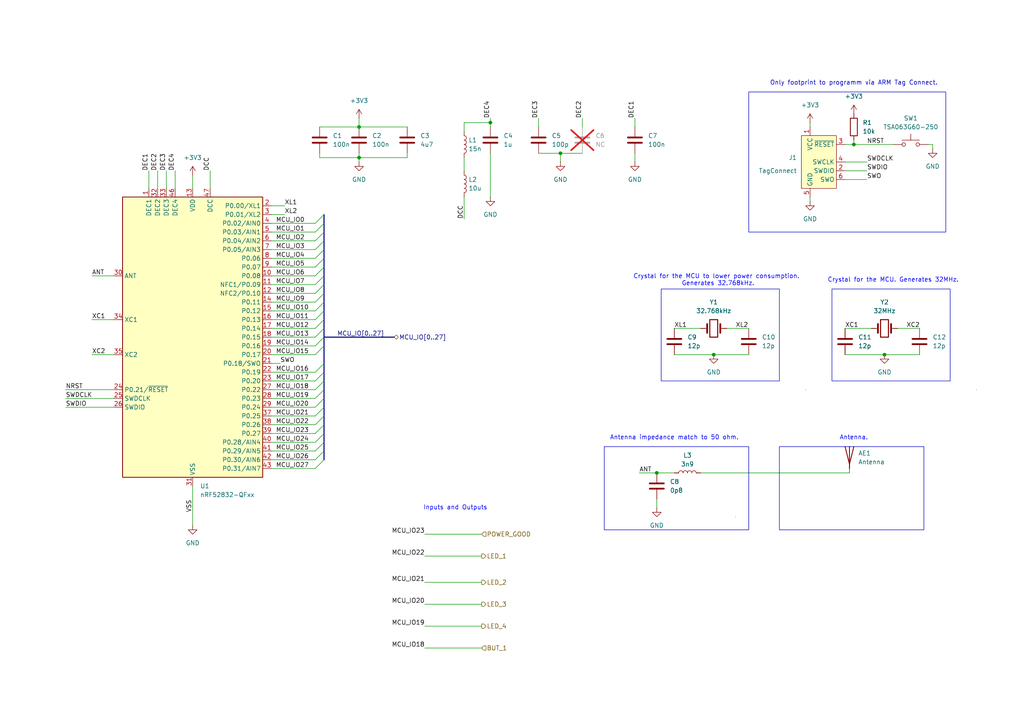
<source format=kicad_sch>
(kicad_sch (version 20250114) (generator "eeschema") (generator_version "9.0")
  (paper "A4")
  (lib_symbols
    (symbol "Connector:Conn_ARM_SWD_TagConnect_TC2030-NL" (in_bom no)
      (property "Reference" "J" (at 2.54 11.43 0))
      (property "Value" "Conn_ARM_SWD_TagConnect_TC2030-NL" (at 2.54 8.89 0))
      (symbol "Conn_ARM_SWD_TagConnect_TC2030-NL_0_0"
        (pin power_in line (at -2.54 10.16 270) (length 2.54) (name "VCC") (number "1"))
        (pin power_in line (at -2.54 -10.16 90) (length 2.54) (name "GND") (number "5"))
        (pin open_collector line (at 7.62 5.08 180) (length 2.54) (name "~{RESET}") (number "3"))
        (pin output line (at 7.62 0 180) (length 2.54) (name "SWCLK") (number "4"))
        (pin bidirectional line (at 7.62 -2.54 180) (length 2.54) (name "SWDIO") (number "2"))
        (pin input line (at 7.62 -5.08 180) (length 2.54) (name "SWO") (number "6"))
      )
      (symbol "Conn_ARM_SWD_TagConnect_TC2030-NL_0_1"
        (rectangle (start -5.08 7.62) (end 5.08 -7.62) (fill (type background)))
      )
    )
    (symbol "Device:Antenna" (pin_numbers (hide yes)) (pin_names (offset 1.016) (hide yes))
      (property "Reference" "AE" (at -1.905 1.905 0))
      (property "Value" "Antenna" (at -1.905 0 0))
      (symbol "Antenna_0_1"
        (polyline (pts (xy 0 2.54) (xy 0 -3.81)) (stroke (width 0.254)))
        (polyline (pts (xy 1.27 2.54) (xy 0 -2.54) (xy -1.27 2.54)) (stroke (width 0.254)))
      )
      (symbol "Antenna_1_1"
        (pin input line (at 0 -5.08 90) (length 2.54) (name "A") (number "1"))
      )
    )
    (symbol "Device:C" (pin_numbers (hide yes)) (pin_names (offset 0.254))
      (property "Reference" "C" (at 0.635 2.54 0))
      (property "Value" "C" (at 0.635 -2.54 0))
      (symbol "C_0_1"
        (polyline (pts (xy -2.032 0.762) (xy 2.032 0.762)) (stroke (width 0.508)))
        (polyline (pts (xy -2.032 -0.762) (xy 2.032 -0.762)) (stroke (width 0.508)))
      )
      (symbol "C_1_1"
        (pin passive line (at 0 3.81 270) (length 2.794) (name "~") (number "1"))
        (pin passive line (at 0 -3.81 90) (length 2.794) (name "~") (number "2"))
      )
    )
    (symbol "Device:Crystal" (pin_numbers (hide yes)) (pin_names (offset 1.016) (hide yes))
      (property "Reference" "Y" (at 0 3.81 0))
      (property "Value" "Crystal" (at 0 -3.81 0))
      (symbol "Crystal_0_1"
        (polyline (pts (xy -2.54 0) (xy -1.905 0)))
        (polyline (pts (xy -1.905 -1.27) (xy -1.905 1.27)) (stroke (width 0.508)))
        (rectangle (start -1.143 2.54) (end 1.143 -2.54) (stroke (width 0.3048)))
        (polyline (pts (xy 1.905 -1.27) (xy 1.905 1.27)) (stroke (width 0.508)))
        (polyline (pts (xy 2.54 0) (xy 1.905 0)))
      )
      (symbol "Crystal_1_1"
        (pin passive line (at -3.81 0 0) (length 1.27) (name "1") (number "1"))
        (pin passive line (at 3.81 0 180) (length 1.27) (name "2") (number "2"))
      )
    )
    (symbol "Device:L" (pin_numbers (hide yes)) (pin_names (offset 1.016) (hide yes))
      (property "Reference" "L" (at -1.27 0 90))
      (property "Value" "L" (at 1.905 0 90))
      (symbol "L_0_1"
        (arc (start 0 2.54) (mid 0.6323 1.905) (end 0 1.27))
        (arc (start 0 1.27) (mid 0.6323 0.635) (end 0 0))
        (arc (start 0 0) (mid 0.6323 -0.635) (end 0 -1.27))
        (arc (start 0 -1.27) (mid 0.6323 -1.905) (end 0 -2.54))
      )
      (symbol "L_1_1"
        (pin passive line (at 0 3.81 270) (length 1.27) (name "1") (number "1"))
        (pin passive line (at 0 -3.81 90) (length 1.27) (name "2") (number "2"))
      )
    )
    (symbol "Device:R" (pin_numbers (hide yes)) (pin_names (offset 0))
      (property "Reference" "R" (at 2.032 0 90))
      (property "Value" "R" (at 0 0 90))
      (symbol "R_0_1"
        (rectangle (start -1.016 -2.54) (end 1.016 2.54) (stroke (width 0.254)))
      )
      (symbol "R_1_1"
        (pin passive line (at 0 3.81 270) (length 1.27) (name "~") (number "1"))
        (pin passive line (at 0 -3.81 90) (length 1.27) (name "~") (number "2"))
      )
    )
    (symbol "MCU_Nordic:nRF52832-QFxx"
      (property "Reference" "U" (at 0 1.27 0))
      (property "Value" "nRF52832-QFxx" (at 0 -1.27 0))
      (symbol "nRF52832-QFxx_0_1"
        (rectangle (start -20.32 40.64) (end 20.32 -40.64) (stroke (width 0.254)) (fill (type background)))
      )
      (symbol "nRF52832-QFxx_1_1"
        (pin passive line (at -22.86 17.78 0) (length 2.54) (name "ANT") (number "30"))
        (pin input line (at -22.86 5.08 0) (length 2.54) (name "XC1") (number "34"))
        (pin input line (at -22.86 -5.08 0) (length 2.54) (name "XC2") (number "35"))
        (pin bidirectional line (at -22.86 -15.24 0) (length 2.54) (name "P0.21/~{RESET}") (number "24"))
        (pin input line (at -22.86 -17.78 0) (length 2.54) (name "SWDCLK") (number "25"))
        (pin bidirectional line (at -22.86 -20.32 0) (length 2.54) (name "SWDIO") (number "26"))
        (pin no_connect line (at -20.32 -30.48 0) (length 2.54) (hide yes) (name "NC") (number "44"))
        (pin passive line (at -12.7 43.18 270) (length 2.54) (name "DEC1") (number "1"))
        (pin passive line (at -10.16 43.18 270) (length 2.54) (name "DEC2") (number "32"))
        (pin passive line (at -7.62 43.18 270) (length 2.54) (name "DEC3") (number "33"))
        (pin passive line (at -5.08 43.18 270) (length 2.54) (name "DEC4") (number "46"))
        (pin power_in line (at 0 43.18 270) (length 2.54) (name "VDD") (number "13"))
        (pin passive line (at 0 43.18 270) (length 2.54) (hide yes) (name "VDD") (number "36"))
        (pin passive line (at 0 43.18 270) (length 2.54) (hide yes) (name "VDD") (number "48"))
        (pin power_in line (at 0 -43.18 90) (length 2.54) (name "VSS") (number "31"))
        (pin passive line (at 0 -43.18 90) (length 2.54) (hide yes) (name "VSS") (number "45"))
        (pin passive line (at 0 -43.18 90) (length 2.54) (hide yes) (name "VSS") (number "49"))
        (pin power_out line (at 5.08 43.18 270) (length 2.54) (name "DCC") (number "47"))
        (pin bidirectional line (at 22.86 38.1 180) (length 2.54) (name "P0.00/XL1") (number "2"))
        (pin bidirectional line (at 22.86 35.56 180) (length 2.54) (name "P0.01/XL2") (number "3"))
        (pin bidirectional line (at 22.86 33.02 180) (length 2.54) (name "P0.02/AIN0") (number "4"))
        (pin bidirectional line (at 22.86 30.48 180) (length 2.54) (name "P0.03/AIN1") (number "5"))
        (pin bidirectional line (at 22.86 27.94 180) (length 2.54) (name "P0.04/AIN2") (number "6"))
        (pin bidirectional line (at 22.86 25.4 180) (length 2.54) (name "P0.05/AIN3") (number "7"))
        (pin bidirectional line (at 22.86 22.86 180) (length 2.54) (name "P0.06") (number "8"))
        (pin bidirectional line (at 22.86 20.32 180) (length 2.54) (name "P0.07") (number "9"))
        (pin bidirectional line (at 22.86 17.78 180) (length 2.54) (name "P0.08") (number "10"))
        (pin bidirectional line (at 22.86 15.24 180) (length 2.54) (name "NFC1/P0.09") (number "11"))
        (pin bidirectional line (at 22.86 12.7 180) (length 2.54) (name "NFC2/P0.10") (number "12"))
        (pin bidirectional line (at 22.86 10.16 180) (length 2.54) (name "P0.11") (number "14"))
        (pin bidirectional line (at 22.86 7.62 180) (length 2.54) (name "P0.12") (number "15"))
        (pin bidirectional line (at 22.86 5.08 180) (length 2.54) (name "P0.13") (number "16"))
        (pin bidirectional line (at 22.86 2.54 180) (length 2.54) (name "P0.14") (number "17"))
        (pin bidirectional line (at 22.86 0 180) (length 2.54) (name "P0.15") (number "18"))
        (pin bidirectional line (at 22.86 -2.54 180) (length 2.54) (name "P0.16") (number "19"))
        (pin bidirectional line (at 22.86 -5.08 180) (length 2.54) (name "P0.17") (number "20"))
        (pin bidirectional line (at 22.86 -7.62 180) (length 2.54) (name "P0.18/SWO") (number "21"))
        (pin bidirectional line (at 22.86 -10.16 180) (length 2.54) (name "P0.19") (number "22"))
        (pin bidirectional line (at 22.86 -12.7 180) (length 2.54) (name "P0.20") (number "23"))
        (pin bidirectional line (at 22.86 -15.24 180) (length 2.54) (name "P0.22") (number "27"))
        (pin bidirectional line (at 22.86 -17.78 180) (length 2.54) (name "P0.23") (number "28"))
        (pin bidirectional line (at 22.86 -20.32 180) (length 2.54) (name "P0.24") (number "29"))
        (pin bidirectional line (at 22.86 -22.86 180) (length 2.54) (name "P0.25") (number "37"))
        (pin bidirectional line (at 22.86 -25.4 180) (length 2.54) (name "P0.26") (number "38"))
        (pin bidirectional line (at 22.86 -27.94 180) (length 2.54) (name "P0.27") (number "39"))
        (pin bidirectional line (at 22.86 -30.48 180) (length 2.54) (name "P0.28/AIN4") (number "40"))
        (pin bidirectional line (at 22.86 -33.02 180) (length 2.54) (name "P0.29/AIN5") (number "41"))
        (pin bidirectional line (at 22.86 -35.56 180) (length 2.54) (name "P0.30/AIN6") (number "42"))
        (pin bidirectional line (at 22.86 -38.1 180) (length 2.54) (name "P0.31/AIN7") (number "43"))
      )
    )
    (symbol "Switch:SW_Omron_B3FS" (pin_numbers (hide yes)) (pin_names (offset 1.016) (hide yes))
      (property "Reference" "SW" (at 1.27 2.54 0))
      (property "Value" "SW_Omron_B3FS" (at 0 -1.524 0))
      (symbol "SW_Omron_B3FS_0_1"
        (circle (center -2.032 0) (radius 0.508))
        (polyline (pts (xy 0 1.27) (xy 0 3.048)))
        (circle (center 2.032 0) (radius 0.508))
        (polyline (pts (xy 2.54 1.27) (xy -2.54 1.27)))
        (pin passive line (at -5.08 0 0) (length 2.54) (name "1") (number "1"))
        (pin passive line (at 5.08 0 180) (length 2.54) (name "2") (number "2"))
      )
    )
    (symbol "power:+3V3" (power) (pin_numbers (hide yes)) (pin_names (offset 0) (hide yes))
      (property "Value" "+3V3" (at 0 3.556 0))
      (symbol "+3V3_0_1"
        (polyline (pts (xy -0.762 1.27) (xy 0 2.54)))
        (polyline (pts (xy 0 2.54) (xy 0.762 1.27)))
        (polyline (pts (xy 0 0) (xy 0 2.54)))
      )
      (symbol "+3V3_1_1"
        (pin power_in line (at 0 0 90) (length 0) (name "~") (number "1"))
      )
    )
    (symbol "power:GND" (power) (pin_numbers (hide yes)) (pin_names (offset 0) (hide yes))
      (property "Value" "GND" (at 0 -3.81 0))
      (symbol "GND_0_1"
        (polyline (pts (xy 0 0) (xy 0 -1.27) (xy 1.27 -1.27) (xy 0 -2.54) (xy -1.27 -1.27) (xy 0 -1.27)))
      )
      (symbol "GND_1_1"
        (pin power_in line (at 0 0 270) (length 0) (name "~") (number "1"))
      )
    )
  )
  (rectangle (start 217.17 26.67) (end 274.32 67.31))
  (rectangle (start 213.36 149.86) (end 213.36 149.86))
  (rectangle (start 226.06 129.54) (end 267.97 153.67))
  (rectangle (start 241.3 83.82) (end 275.59 110.49))
  (rectangle (start 191.77 83.82) (end 226.06 110.49))
  (rectangle (start 233.68 113.03) (end 233.68 113.03))
  (rectangle (start 175.26 129.54) (end 217.17 153.67))
  (rectangle (start 283.21 113.03) (end 283.21 113.03))
  (text "Antenna impedance match to 50 ohm." (at 195.58 127 0) (effects (font (size 1.27 1.27))))
  (text "Antenna." (at 247.65 127 0) (effects (font (size 1.27 1.27))))
  (text "Crystal for the MCU. Generates 32MHz." (at 259.08 81.28 0) (effects (font (size 1.27 1.27))))
  (text "Inputs and Outputs" (at 132.08 147.32 0) (effects (font (size 1.27 1.27))))
  (text "Crystal for the MCU to lower power consumption. \nGenerates 32.768kHz." (at 208.28 81.28 0) (effects (font (size 1.27 1.27))))
  (text "Only footprint to programm via ARM Tag Connect." (at 247.65 24.13 0) (effects (font (size 1.27 1.27))))
  (junction (at 190.5 137.16))
  (junction (at 207.01 102.87))
  (junction (at 247.65 41.91))
  (junction (at 162.56 44.45))
  (junction (at 142.24 35.56))
  (junction (at 104.14 45.72))
  (junction (at 104.14 36.83))
  (junction (at 256.54 102.87))
  (bus_entry (at 91.44 130.81) (size 2.54 -2.54))
  (bus_entry (at 91.44 80.01) (size 2.54 -2.54))
  (bus_entry (at 91.44 110.49) (size 2.54 -2.54))
  (bus_entry (at 91.44 95.25) (size 2.54 -2.54))
  (bus_entry (at 91.44 135.89) (size 2.54 -2.54))
  (bus_entry (at 91.44 82.55) (size 2.54 -2.54))
  (bus_entry (at 91.44 115.57) (size 2.54 -2.54))
  (bus_entry (at 91.44 74.93) (size 2.54 -2.54))
  (bus_entry (at 91.44 87.63) (size 2.54 -2.54))
  (bus_entry (at 91.44 113.03) (size 2.54 -2.54))
  (bus_entry (at 91.44 128.27) (size 2.54 -2.54))
  (bus_entry (at 91.44 102.87) (size 2.54 -2.54))
  (bus_entry (at 91.44 90.17) (size 2.54 -2.54))
  (bus_entry (at 91.44 77.47) (size 2.54 -2.54))
  (bus_entry (at 91.44 92.71) (size 2.54 -2.54))
  (bus_entry (at 91.44 69.85) (size 2.54 -2.54))
  (bus_entry (at 91.44 72.39) (size 2.54 -2.54))
  (bus_entry (at 91.44 64.77) (size 2.54 -2.54))
  (bus_entry (at 91.44 133.35) (size 2.54 -2.54))
  (bus_entry (at 91.44 97.79) (size 2.54 -2.54))
  (bus_entry (at 91.44 120.65) (size 2.54 -2.54))
  (bus_entry (at 91.44 125.73) (size 2.54 -2.54))
  (bus_entry (at 91.44 67.31) (size 2.54 -2.54))
  (bus_entry (at 91.44 118.11) (size 2.54 -2.54))
  (bus_entry (at 91.44 123.19) (size 2.54 -2.54))
  (bus_entry (at 91.44 85.09) (size 2.54 -2.54))
  (bus_entry (at 91.44 100.33) (size 2.54 -2.54))
  (bus_entry (at 91.44 107.95) (size 2.54 -2.54))
  (wire (pts (xy 123.19 168.91) (xy 139.7 168.91)))
  (wire (pts (xy 55.88 50.8) (xy 55.88 54.61)))
  (bus (pts (xy 93.98 118.11) (xy 93.98 120.65)))
  (bus (pts (xy 93.98 77.47) (xy 93.98 80.01)))
  (wire (pts (xy 260.35 95.25) (xy 266.7 95.25)))
  (wire (pts (xy 195.58 102.87) (xy 207.01 102.87)))
  (wire (pts (xy 134.62 45.72) (xy 134.62 49.53)))
  (wire (pts (xy 78.74 110.49) (xy 91.44 110.49)))
  (bus (pts (xy 93.98 97.79) (xy 93.98 100.33)))
  (wire (pts (xy 245.11 41.91) (xy 247.65 41.91)))
  (wire (pts (xy 78.74 80.01) (xy 91.44 80.01)))
  (wire (pts (xy 195.58 95.25) (xy 203.2 95.25)))
  (wire (pts (xy 78.74 69.85) (xy 91.44 69.85)))
  (wire (pts (xy 78.74 135.89) (xy 91.44 135.89)))
  (wire (pts (xy 270.51 41.91) (xy 270.51 43.18)))
  (wire (pts (xy 134.62 57.15) (xy 134.62 63.5)))
  (bus (pts (xy 93.98 64.77) (xy 93.98 67.31)))
  (wire (pts (xy 19.05 115.57) (xy 33.02 115.57)))
  (wire (pts (xy 78.74 87.63) (xy 91.44 87.63)))
  (bus (pts (xy 93.98 110.49) (xy 93.98 113.03)))
  (bus (pts (xy 93.98 128.27) (xy 93.98 130.81)))
  (wire (pts (xy 207.01 102.87) (xy 217.17 102.87)))
  (wire (pts (xy 78.74 82.55) (xy 91.44 82.55)))
  (wire (pts (xy 104.14 45.72) (xy 104.14 46.99)))
  (wire (pts (xy 78.74 133.35) (xy 91.44 133.35)))
  (bus (pts (xy 93.98 120.65) (xy 93.98 123.19)))
  (wire (pts (xy 190.5 144.78) (xy 190.5 147.32)))
  (wire (pts (xy 104.14 34.29) (xy 104.14 36.83)))
  (wire (pts (xy 156.21 34.29) (xy 156.21 36.83)))
  (wire (pts (xy 92.71 36.83) (xy 104.14 36.83)))
  (wire (pts (xy 78.74 90.17) (xy 91.44 90.17)))
  (wire (pts (xy 78.74 59.69) (xy 82.55 59.69)))
  (wire (pts (xy 78.74 107.95) (xy 91.44 107.95)))
  (bus (pts (xy 93.98 100.33) (xy 93.98 105.41)))
  (wire (pts (xy 184.15 34.29) (xy 184.15 36.83)))
  (wire (pts (xy 245.11 102.87) (xy 256.54 102.87)))
  (wire (pts (xy 247.65 41.91) (xy 259.08 41.91)))
  (wire (pts (xy 245.11 49.53) (xy 251.46 49.53)))
  (wire (pts (xy 190.5 137.16) (xy 195.58 137.16)))
  (wire (pts (xy 142.24 44.45) (xy 142.24 57.15)))
  (wire (pts (xy 247.65 40.64) (xy 247.65 41.91)))
  (wire (pts (xy 245.11 95.25) (xy 252.73 95.25)))
  (wire (pts (xy 78.74 72.39) (xy 91.44 72.39)))
  (wire (pts (xy 45.72 49.53) (xy 45.72 54.61)))
  (wire (pts (xy 92.71 44.45) (xy 92.71 45.72)))
  (wire (pts (xy 234.95 35.56) (xy 234.95 36.83)))
  (wire (pts (xy 123.19 187.96) (xy 139.7 187.96)))
  (wire (pts (xy 19.05 118.11) (xy 33.02 118.11)))
  (wire (pts (xy 78.74 128.27) (xy 91.44 128.27)))
  (wire (pts (xy 78.74 92.71) (xy 91.44 92.71)))
  (bus (pts (xy 93.98 105.41) (xy 93.98 107.95)))
  (wire (pts (xy 78.74 105.41) (xy 81.28 105.41)))
  (wire (pts (xy 26.67 80.01) (xy 33.02 80.01)))
  (wire (pts (xy 210.82 95.25) (xy 217.17 95.25)))
  (wire (pts (xy 26.67 92.71) (xy 33.02 92.71)))
  (wire (pts (xy 134.62 38.1) (xy 134.62 35.56)))
  (wire (pts (xy 78.74 74.93) (xy 91.44 74.93)))
  (wire (pts (xy 92.71 45.72) (xy 104.14 45.72)))
  (wire (pts (xy 162.56 44.45) (xy 168.91 44.45)))
  (bus (pts (xy 93.98 92.71) (xy 93.98 95.25)))
  (bus (pts (xy 93.98 69.85) (xy 93.98 72.39)))
  (wire (pts (xy 78.74 62.23) (xy 82.55 62.23)))
  (wire (pts (xy 184.15 44.45) (xy 184.15 46.99)))
  (bus (pts (xy 93.98 130.81) (xy 93.98 133.35)))
  (wire (pts (xy 185.42 137.16) (xy 190.5 137.16)))
  (wire (pts (xy 134.62 35.56) (xy 142.24 35.56)))
  (wire (pts (xy 104.14 45.72) (xy 104.14 44.45)))
  (wire (pts (xy 142.24 34.29) (xy 142.24 35.56)))
  (bus (pts (xy 93.98 74.93) (xy 93.98 77.47)))
  (bus (pts (xy 93.98 72.39) (xy 93.98 74.93)))
  (bus (pts (xy 93.98 125.73) (xy 93.98 128.27)))
  (bus (pts (xy 93.98 97.79) (xy 114.3 97.79)))
  (wire (pts (xy 78.74 118.11) (xy 91.44 118.11)))
  (wire (pts (xy 78.74 113.03) (xy 91.44 113.03)))
  (wire (pts (xy 78.74 85.09) (xy 91.44 85.09)))
  (wire (pts (xy 162.56 44.45) (xy 156.21 44.45)))
  (bus (pts (xy 93.98 115.57) (xy 93.98 118.11)))
  (bus (pts (xy 93.98 85.09) (xy 93.98 87.63)))
  (bus (pts (xy 93.98 90.17) (xy 93.98 92.71)))
  (wire (pts (xy 168.91 34.29) (xy 168.91 36.83)))
  (bus (pts (xy 93.98 113.03) (xy 93.98 115.57)))
  (wire (pts (xy 78.74 115.57) (xy 91.44 115.57)))
  (bus (pts (xy 93.98 80.01) (xy 93.98 82.55)))
  (bus (pts (xy 93.98 67.31) (xy 93.98 69.85)))
  (bus (pts (xy 93.98 95.25) (xy 93.98 97.79)))
  (wire (pts (xy 123.19 175.26) (xy 139.7 175.26)))
  (bus (pts (xy 93.98 123.19) (xy 93.98 125.73)))
  (wire (pts (xy 78.74 102.87) (xy 91.44 102.87)))
  (wire (pts (xy 104.14 36.83) (xy 118.11 36.83)))
  (wire (pts (xy 26.67 102.87) (xy 33.02 102.87)))
  (wire (pts (xy 234.95 57.15) (xy 234.95 58.42)))
  (bus (pts (xy 93.98 107.95) (xy 93.98 110.49)))
  (wire (pts (xy 78.74 97.79) (xy 91.44 97.79)))
  (wire (pts (xy 78.74 123.19) (xy 91.44 123.19)))
  (bus (pts (xy 93.98 82.55) (xy 93.98 85.09)))
  (wire (pts (xy 78.74 130.81) (xy 91.44 130.81)))
  (wire (pts (xy 43.18 49.53) (xy 43.18 54.61)))
  (wire (pts (xy 256.54 102.87) (xy 266.7 102.87)))
  (wire (pts (xy 78.74 125.73) (xy 91.44 125.73)))
  (wire (pts (xy 142.24 35.56) (xy 142.24 36.83)))
  (wire (pts (xy 123.19 161.29) (xy 139.7 161.29)))
  (wire (pts (xy 78.74 64.77) (xy 91.44 64.77)))
  (wire (pts (xy 123.19 181.61) (xy 139.7 181.61)))
  (wire (pts (xy 269.24 41.91) (xy 270.51 41.91)))
  (wire (pts (xy 104.14 45.72) (xy 118.11 45.72)))
  (wire (pts (xy 78.74 120.65) (xy 91.44 120.65)))
  (wire (pts (xy 118.11 45.72) (xy 118.11 44.45)))
  (wire (pts (xy 55.88 140.97) (xy 55.88 152.4)))
  (wire (pts (xy 78.74 67.31) (xy 91.44 67.31)))
  (wire (pts (xy 60.96 49.53) (xy 60.96 54.61)))
  (wire (pts (xy 50.8 49.53) (xy 50.8 54.61)))
  (wire (pts (xy 48.26 49.53) (xy 48.26 54.61)))
  (wire (pts (xy 78.74 100.33) (xy 91.44 100.33)))
  (wire (pts (xy 162.56 44.45) (xy 162.56 46.99)))
  (wire (pts (xy 245.11 52.07) (xy 251.46 52.07)))
  (wire (pts (xy 78.74 95.25) (xy 91.44 95.25)))
  (wire (pts (xy 19.05 113.03) (xy 33.02 113.03)))
  (wire (pts (xy 203.2 137.16) (xy 246.38 137.16)))
  (bus (pts (xy 93.98 62.23) (xy 93.98 64.77)))
  (wire (pts (xy 245.11 46.99) (xy 251.46 46.99)))
  (wire (pts (xy 123.19 154.94) (xy 139.7 154.94)))
  (bus (pts (xy 93.98 87.63) (xy 93.98 90.17)))
  (wire (pts (xy 78.74 77.47) (xy 91.44 77.47)))
  (label "MCU_IO4" (at 80.01 74.93 0))
  (label "XC1" (at 245.11 95.25 0))
  (label "MCU_IO1" (at 80.01 67.31 0))
  (label "XC2" (at 262.89 95.25 0))
  (label "DEC4" (at 50.8 49.53 90))
  (label "DEC3" (at 48.26 49.53 90))
  (label "MCU_IO20" (at 80.01 118.11 0))
  (label "XL1" (at 195.58 95.25 0))
  (label "MCU_IO14" (at 80.01 100.33 0))
  (label "MCU_IO11" (at 80.01 92.71 0))
  (label "MCU_IO5" (at 80.01 77.47 0))
  (label "MCU_IO22" (at 123.19 161.29 180))
  (label "MCU_IO24" (at 80.01 128.27 0))
  (label "MCU_IO23" (at 80.01 125.73 0))
  (label "MCU_IO8" (at 80.01 85.09 0))
  (label "NRST" (at 19.05 113.03 0))
  (label "MCU_IO13" (at 80.01 97.79 0))
  (label "MCU_IO27" (at 80.01 135.89 0))
  (label "SWDCLK" (at 251.46 46.99 0))
  (label "SWO" (at 251.46 52.07 0))
  (label "MCU_IO18" (at 80.01 113.03 0))
  (label "MCU_IO[0..27]" (at 97.79 97.79 0))
  (label "DEC3" (at 156.21 34.29 90))
  (label "XL1" (at 82.55 59.69 0))
  (label "MCU_IO18" (at 123.19 187.96 180))
  (label "DCC" (at 60.96 49.53 90))
  (label "MCU_IO12" (at 80.01 95.25 0))
  (label "MCU_IO6" (at 80.01 80.01 0))
  (label "XL2" (at 82.55 62.23 0))
  (label "XL2" (at 213.36 95.25 0))
  (label "MCU_IO22" (at 80.01 123.19 0))
  (label "VSS" (at 55.88 148.59 90))
  (label "DEC4" (at 142.24 34.29 90))
  (label "ANT" (at 185.42 137.16 0))
  (label "SWDIO" (at 19.05 118.11 0))
  (label "MCU_IO3" (at 80.01 72.39 0))
  (label "DEC1" (at 184.15 34.29 90))
  (label "SWDCLK" (at 19.05 115.57 0))
  (label "DEC1" (at 43.18 49.53 90))
  (label "DEC2" (at 168.91 34.29 90))
  (label "MCU_IO20" (at 123.19 175.26 180))
  (label "MCU_IO25" (at 80.01 130.81 0))
  (label "XC2" (at 26.67 102.87 0))
  (label "DEC2" (at 45.72 49.53 90))
  (label "MCU_IO19" (at 80.01 115.57 0))
  (label "MCU_IO16" (at 80.01 107.95 0))
  (label "MCU_IO21" (at 123.19 168.91 180))
  (label "MCU_IO21" (at 80.01 120.65 0))
  (label "DCC" (at 134.62 63.5 90))
  (label "MCU_IO0" (at 80.01 64.77 0))
  (label "MCU_IO17" (at 80.01 110.49 0))
  (label "MCU_IO10" (at 80.01 90.17 0))
  (label "MCU_IO7" (at 80.01 82.55 0))
  (label "ANT" (at 26.67 80.01 0))
  (label "SWDIO" (at 251.46 49.53 0))
  (label "MCU_IO2" (at 80.01 69.85 0))
  (label "XC1" (at 26.67 92.71 0))
  (label "MCU_IO26" (at 80.01 133.35 0))
  (label "SWO" (at 81.28 105.41 0))
  (label "MCU_IO19" (at 123.19 181.61 180))
  (label "MCU_IO9" (at 80.01 87.63 0))
  (label "MCU_IO23" (at 123.19 154.94 180))
  (label "NRST" (at 251.46 41.91 0))
  (label "MCU_IO15" (at 80.01 102.87 0))
  (hierarchical_label "LED_1" (shape output) (at 139.7 161.29 0))
  (hierarchical_label "LED_2" (shape output) (at 139.7 168.91 0))
  (hierarchical_label "BUT_1" (shape input) (at 139.7 187.96 0))
  (hierarchical_label "LED_4" (shape output) (at 139.7 181.61 0))
  (hierarchical_label "MCU_IO[0..27]" (shape bidirectional) (at 114.3 97.79 0))
  (hierarchical_label "POWER_GOOD" (shape input) (at 139.7 154.94 0))
  (hierarchical_label "LED_3" (shape output) (at 139.7 175.26 0))
  (symbol (lib_id "Device:C") (at 245.11 99.06 0) (unit 1)
    (property "Reference" "C11" (at 248.92 97.7899 0) (effects (justify left)))
    (property "Value" "12p" (at 248.92 100.3299 0) (effects (justify left)))
    (property "Footprint" "Capacitor_SMD:C_0402_1005Metric" (effects (hide yes)))
    (property "Description" "Unpolarized capacitor" (effects (hide yes)))
  )
  (symbol (lib_id "power:GND") (at 184.15 46.99 0) (unit 1)
    (property "Reference" "#PWR07" (effects (hide yes)))
    (property "Value" "GND" (at 184.15 52.07 0))
    (property "Description" "Power symbol creates a global label with name \"GND\" , ground" (effects (hide yes)))
  )
  (symbol (lib_id "Connector:Conn_ARM_SWD_TagConnect_TC2030-NL") (at 237.49 46.99 0) (unit 1) (in_bom no)
    (property "Reference" "J1" (at 231.14 45.7199 0) (effects (justify right)))
    (property "Value" "TagConnect" (at 231.14 49.53 0) (effects (justify right)))
    (property "Footprint" "Connector:Tag-Connect_TC2030-IDC-FP_2x03_P1.27mm_Vertical" (effects (hide yes)))
    (property "Datasheet" "https://www.tag-connect.com/wp-content/uploads/bsk-pdf-manager/TC2030-CTX_1.pdf" (effects (hide yes)))
    (property "Description" "Tag-Connect ARM Cortex SWD JTAG connector, 6 pin, no legs" (effects (hide yes)))
  )
  (symbol (lib_id "power:GND") (at 190.5 147.32 0) (unit 1)
    (property "Reference" "#PWR08" (effects (hide yes)))
    (property "Value" "GND" (at 190.5 152.4 0))
    (property "Description" "Power symbol creates a global label with name \"GND\" , ground" (effects (hide yes)))
  )
  (symbol (lib_id "Device:Crystal") (at 256.54 95.25 0) (unit 1)
    (property "Reference" "Y2" (at 256.54 87.63 0))
    (property "Value" "32MHz" (at 256.54 90.17 0))
    (property "Footprint" "Crystal:Crystal_SMD_2012-2Pin_2.0x1.2mm" (effects (hide yes)))
    (property "Description" "Two pin crystal" (effects (hide yes)))
  )
  (symbol (lib_id "Device:C") (at 156.21 40.64 0) (unit 1)
    (property "Reference" "C5" (at 160.02 39.3699 0) (effects (justify left)))
    (property "Value" "100p" (at 160.02 41.9099 0) (effects (justify left)))
    (property "Footprint" "Capacitor_SMD:C_0402_1005Metric" (effects (hide yes)))
    (property "Description" "Unpolarized capacitor" (effects (hide yes)))
  )
  (symbol (lib_id "Device:L") (at 134.62 53.34 0) (unit 1)
    (property "Reference" "L2" (at 135.89 52.0699 0) (effects (justify left)))
    (property "Value" "10u" (at 135.89 54.6099 0) (effects (justify left)))
    (property "Footprint" "Inductor_SMD:L_0603_1608Metric" (effects (hide yes)))
    (property "Description" "Inductor" (effects (hide yes)))
  )
  (symbol (lib_id "Device:C") (at 217.17 99.06 0) (unit 1)
    (property "Reference" "C10" (at 220.98 97.7899 0) (effects (justify left)))
    (property "Value" "12p" (at 220.98 100.3299 0) (effects (justify left)))
    (property "Footprint" "Capacitor_SMD:C_0402_1005Metric" (effects (hide yes)))
    (property "Description" "Unpolarized capacitor" (effects (hide yes)))
  )
  (symbol (lib_id "Device:C") (at 266.7 99.06 0) (unit 1)
    (property "Reference" "C12" (at 270.51 97.7899 0) (effects (justify left)))
    (property "Value" "12p" (at 270.51 100.3299 0) (effects (justify left)))
    (property "Footprint" "Capacitor_SMD:C_0402_1005Metric" (effects (hide yes)))
    (property "Description" "Unpolarized capacitor" (effects (hide yes)))
  )
  (symbol (lib_id "Device:C") (at 184.15 40.64 0) (unit 1)
    (property "Reference" "C7" (at 187.96 39.3699 0) (effects (justify left)))
    (property "Value" "100n" (at 187.96 41.9099 0) (effects (justify left)))
    (property "Footprint" "Capacitor_SMD:C_0402_1005Metric" (effects (hide yes)))
    (property "Description" "Unpolarized capacitor" (effects (hide yes)))
  )
  (symbol (lib_id "power:+3V3") (at 104.14 34.29 0) (unit 1)
    (property "Reference" "#PWR03" (effects (hide yes)))
    (property "Value" "+3V3" (at 104.14 29.21 0))
    (property "Description" "Power symbol creates a global label with name \"+3V3\"" (effects (hide yes)))
  )
  (symbol (lib_id "Device:C") (at 190.5 140.97 0) (unit 1)
    (property "Reference" "C8" (at 194.31 139.6999 0) (effects (justify left)))
    (property "Value" "0p8" (at 194.31 142.2399 0) (effects (justify left)))
    (property "Footprint" "Capacitor_SMD:C_0402_1005Metric" (effects (hide yes)))
    (property "Description" "Unpolarized capacitor" (effects (hide yes)))
  )
  (symbol (lib_id "power:+3V3") (at 247.65 33.02 0) (unit 1)
    (property "Reference" "#PWR012" (effects (hide yes)))
    (property "Value" "+3V3" (at 247.65 27.94 0))
    (property "Description" "Power symbol creates a global label with name \"+3V3\"" (effects (hide yes)))
  )
  (symbol (lib_id "Device:C") (at 195.58 99.06 0) (unit 1)
    (property "Reference" "C9" (at 199.39 97.7899 0) (effects (justify left)))
    (property "Value" "12p" (at 199.39 100.3299 0) (effects (justify left)))
    (property "Footprint" "Capacitor_SMD:C_0402_1005Metric" (effects (hide yes)))
    (property "Description" "Unpolarized capacitor" (effects (hide yes)))
  )
  (symbol (lib_id "power:GND") (at 55.88 152.4 0) (unit 1)
    (property "Reference" "#PWR02" (effects (hide yes)))
    (property "Value" "GND" (at 55.88 157.48 0))
    (property "Description" "Power symbol creates a global label with name \"GND\" , ground" (effects (hide yes)))
  )
  (symbol (lib_id "Device:C") (at 142.24 40.64 0) (unit 1)
    (property "Reference" "C4" (at 146.05 39.3699 0) (effects (justify left)))
    (property "Value" "1u" (at 146.05 41.9099 0) (effects (justify left)))
    (property "Footprint" "Capacitor_SMD:C_0603_1608Metric" (effects (hide yes)))
    (property "Description" "Unpolarized capacitor" (effects (hide yes)))
  )
  (symbol (lib_id "Device:C") (at 104.14 40.64 0) (unit 1)
    (property "Reference" "C2" (at 107.95 39.3699 0) (effects (justify left)))
    (property "Value" "100n" (at 107.95 41.9099 0) (effects (justify left)))
    (property "Footprint" "Capacitor_SMD:C_0402_1005Metric" (effects (hide yes)))
    (property "Description" "Unpolarized capacitor" (effects (hide yes)))
  )
  (symbol (lib_id "Device:Crystal") (at 207.01 95.25 0) (unit 1)
    (property "Reference" "Y1" (at 207.01 87.63 0))
    (property "Value" "32.768kHz" (at 207.01 90.17 0))
    (property "Footprint" "Crystal:Crystal_SMD_3215-2Pin_3.2x1.5mm" (effects (hide yes)))
    (property "Description" "Two pin crystal" (effects (hide yes)))
  )
  (symbol (lib_id "power:GND") (at 162.56 46.99 0) (unit 1)
    (property "Reference" "#PWR06" (effects (hide yes)))
    (property "Value" "GND" (at 162.56 52.07 0))
    (property "Description" "Power symbol creates a global label with name \"GND\" , ground" (effects (hide yes)))
  )
  (symbol (lib_id "power:GND") (at 256.54 102.87 0) (unit 1)
    (property "Reference" "#PWR013" (effects (hide yes)))
    (property "Value" "GND" (at 256.54 107.95 0))
    (property "Description" "Power symbol creates a global label with name \"GND\" , ground" (effects (hide yes)))
  )
  (symbol (lib_id "Switch:SW_Omron_B3FS") (at 264.16 41.91 0) (unit 1)
    (property "Reference" "SW1" (at 264.16 34.29 0))
    (property "Value" "TSA063G60-250" (at 264.16 36.83 0))
    (property "Footprint" "Button_Switch_SMD:SW_SPST_Omron_B3FS-105xP" (effects (hide yes)))
    (property "Datasheet" "https://jlcpcb.com/api/file/downloadByFileSystemAccessId/8588893964706959360" (effects (hide yes)))
    (property "Description" "6.1mmx6.1mm button" (effects (hide yes)))
  )
  (symbol (lib_id "Device:L") (at 134.62 41.91 0) (unit 1)
    (property "Reference" "L1" (at 135.89 40.6399 0) (effects (justify left)))
    (property "Value" "15n" (at 135.89 43.1799 0) (effects (justify left)))
    (property "Footprint" "Inductor_SMD:L_0402_1005Metric" (effects (hide yes)))
    (property "Description" "Inductor" (effects (hide yes)))
  )
  (symbol (lib_id "MCU_Nordic:nRF52832-QFxx") (at 55.88 97.79 0) (unit 1)
    (property "Reference" "U1" (at 58.0233 140.97 0) (effects (justify left)))
    (property "Value" "nRF52832-QFxx" (at 58.0233 143.51 0) (effects (justify left)))
    (property "Footprint" "Package_DFN_QFN:QFN-48-1EP_6x6mm_P0.4mm_EP4.6x4.6mm" (effects (hide yes)))
    (property "Datasheet" "http://infocenter.nordicsemi.com/pdf/nRF52832_PS_v1.4.pdf" (effects (hide yes)))
    (property "Description" "Multiprotocol BLE/2.4GHz Cortex-M4 SoC, QFN-48" (effects (hide yes)))
  )
  (symbol (lib_id "power:GND") (at 270.51 43.18 0) (unit 1)
    (property "Reference" "#PWR014" (effects (hide yes)))
    (property "Value" "GND" (at 270.51 48.26 0))
    (property "Description" "Power symbol creates a global label with name \"GND\" , ground" (effects (hide yes)))
  )
  (symbol (lib_id "Device:R") (at 247.65 36.83 0) (unit 1)
    (property "Reference" "R1" (at 250.19 35.5599 0) (effects (justify left)))
    (property "Value" "10k" (at 250.19 38.0999 0) (effects (justify left)))
    (property "Footprint" "Resistor_SMD:R_0402_1005Metric" (effects (hide yes)))
    (property "Description" "Resistor" (effects (hide yes)))
  )
  (symbol (lib_id "power:GND") (at 207.01 102.87 0) (unit 1)
    (property "Reference" "#PWR09" (effects (hide yes)))
    (property "Value" "GND" (at 207.01 107.95 0))
    (property "Description" "Power symbol creates a global label with name \"GND\" , ground" (effects (hide yes)))
  )
  (symbol (lib_id "power:+3V3") (at 55.88 50.8 0) (unit 1)
    (property "Reference" "#PWR01" (effects (hide yes)))
    (property "Value" "+3V3" (at 55.88 45.72 0))
    (property "Description" "Power symbol creates a global label with name \"+3V3\"" (effects (hide yes)))
  )
  (symbol (lib_id "Device:C") (at 92.71 40.64 0) (unit 1)
    (property "Reference" "C1" (at 96.52 39.3699 0) (effects (justify left)))
    (property "Value" "100n" (at 96.52 41.9099 0) (effects (justify left)))
    (property "Footprint" "Capacitor_SMD:C_0402_1005Metric" (effects (hide yes)))
    (property "Description" "Unpolarized capacitor" (effects (hide yes)))
  )
  (symbol (lib_id "Device:C") (at 168.91 40.64 0) (unit 1) (dnp yes)
    (property "Reference" "C6" (at 172.72 39.3699 0) (effects (justify left)))
    (property "Value" "NC" (at 172.72 41.9099 0) (effects (justify left)))
    (property "Footprint" "Capacitor_SMD:C_0402_1005Metric" (effects (hide yes)))
    (property "Description" "Unpolarized capacitor" (effects (hide yes)))
  )
  (symbol (lib_id "power:GND") (at 142.24 57.15 0) (unit 1)
    (property "Reference" "#PWR05" (effects (hide yes)))
    (property "Value" "GND" (at 142.24 62.23 0))
    (property "Description" "Power symbol creates a global label with name \"GND\" , ground" (effects (hide yes)))
  )
  (symbol (lib_id "Device:Antenna") (at 246.38 132.08 0) (unit 1)
    (property "Reference" "AE1" (at 248.92 131.4449 0) (effects (justify left)))
    (property "Value" "Antenna" (at 248.92 133.9849 0) (effects (justify left)))
    (property "Footprint" "RF_Antenna:Texas_SWRA117D_2.4GHz_Left" (effects (hide yes)))
    (property "Description" "Antenna" (effects (hide yes)))
  )
  (symbol (lib_id "Device:L") (at 199.39 137.16 90) (unit 1)
    (property "Reference" "L3" (at 199.39 132.08 90))
    (property "Value" "3n9" (at 199.39 134.62 90))
    (property "Footprint" "Inductor_SMD:L_0402_1005Metric" (effects (hide yes)))
    (property "Description" "Inductor" (effects (hide yes)))
  )
  (symbol (lib_id "power:GND") (at 104.14 46.99 0) (unit 1)
    (property "Reference" "#PWR04" (effects (hide yes)))
    (property "Value" "GND" (at 104.14 52.07 0))
    (property "Description" "Power symbol creates a global label with name \"GND\" , ground" (effects (hide yes)))
  )
  (symbol (lib_id "power:+3V3") (at 234.95 35.56 0) (unit 1)
    (property "Reference" "#PWR010" (effects (hide yes)))
    (property "Value" "+3V3" (at 234.95 30.48 0))
    (property "Description" "Power symbol creates a global label with name \"+3V3\"" (effects (hide yes)))
  )
  (symbol (lib_id "power:GND") (at 234.95 58.42 0) (unit 1)
    (property "Reference" "#PWR011" (effects (hide yes)))
    (property "Value" "GND" (at 234.95 63.5 0))
    (property "Description" "Power symbol creates a global label with name \"GND\" , ground" (effects (hide yes)))
  )
  (symbol (lib_id "Device:C") (at 118.11 40.64 0) (unit 1)
    (property "Reference" "C3" (at 121.92 39.3699 0) (effects (justify left)))
    (property "Value" "4u7" (at 121.92 41.9099 0) (effects (justify left)))
    (property "Footprint" "Capacitor_SMD:C_0603_1608Metric" (effects (hide yes)))
    (property "Description" "Unpolarized capacitor" (effects (hide yes)))
  )
)
</source>
